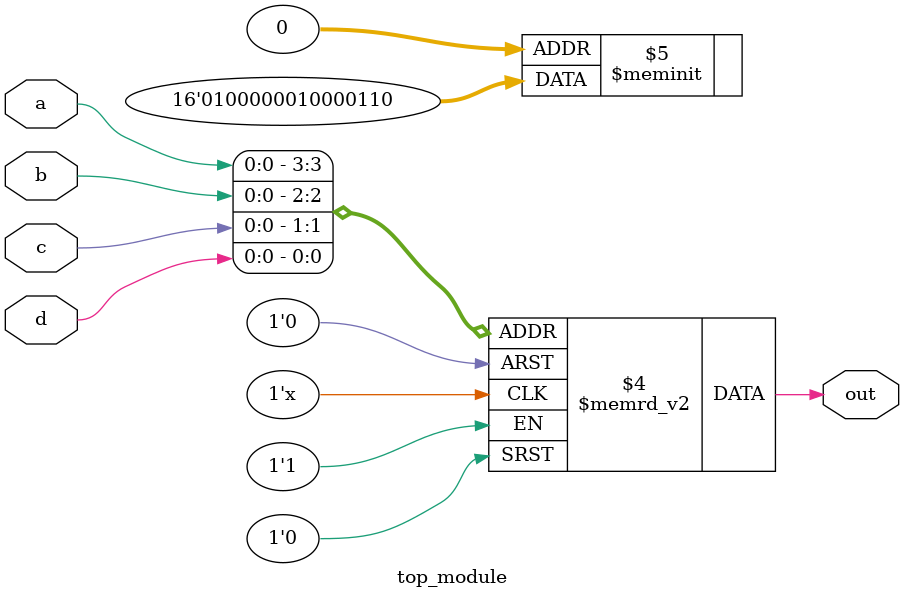
<source format=sv>
module top_module (
    input a,
    input b,
    input c,
    input d,
    output reg out
);

always @(*) begin
    case ({a, b, c, d})
        4'b0000: out = 0;
        4'b0001: out = 1;
        4'b0011: out = 0;
        4'b0010: out = 1;
        4'b0111: out = 1;
        4'b0110: out = 0;
        4'b1110: out = 1;
        4'b1111: out = 0;
        default: out = 0;
    endcase
end

endmodule

</source>
